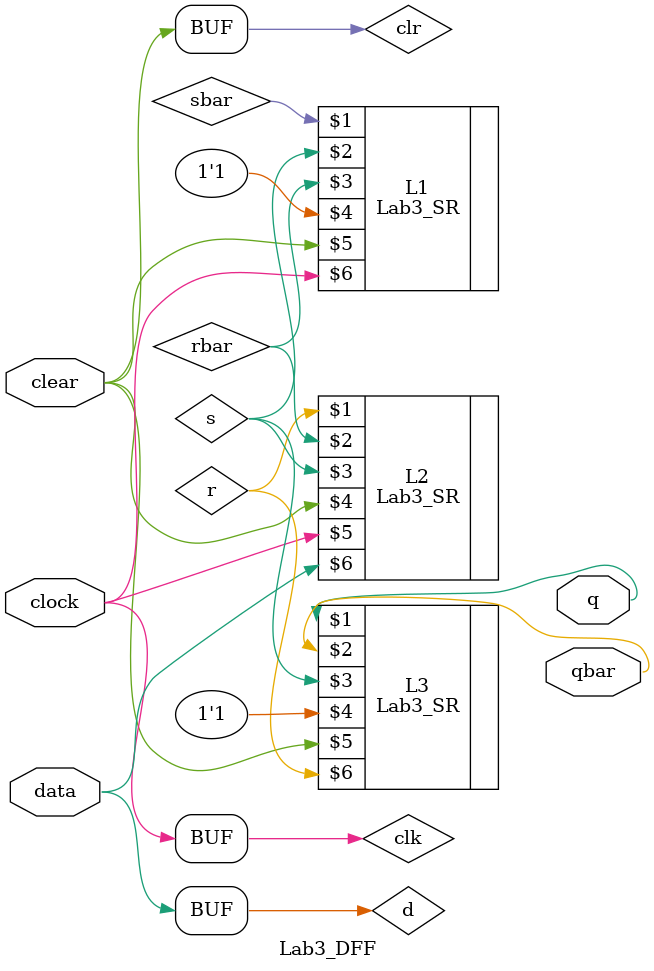
<source format=v>
/*
Name: Kenneth Galindo
Class: ECE 526 Lab
Lab Report: #3
File Name: Lab3_DFF
*/

`timescale 1 ns / 1 ns

`define FAN_OUT_1 	0.5	//ns (one output fanout)
`define FAN_OUT_2 	0.8	//ns (two output fanout)
`define FAN_OUT_3 	1.0	//ns (three output fanout)
`define TIME_DELAY_1 	3	//ns (one input gates)

module Lab3_DFF (q, qbar, clock, data, clear);
	input clock, data, clear;
	output q, qbar;

	wire s, sbar, r, rbar, cbar, clkbar, clk, clr, d, dbar;

	//First NOT gates
	not #(`TIME_DELAY_1 + `FAN_OUT_1)  NOT1 (cbar,clear);
	not #(`TIME_DELAY_1 + `FAN_OUT_1) NOT2(clkbar, clock);
	not #(`TIME_DELAY_1 + `FAN_OUT_1) NOT3(dbar, data);

	//Second NOT gates
	not #(`TIME_DELAY_1 + `FAN_OUT_3) NOT4(clr, cbar);
	not #(`TIME_DELAY_1 + `FAN_OUT_2) NOT5(clk, clkbar);
	not #(`TIME_DELAY_1 + `FAN_OUT_1) NOT6(d, dbar);

	//SR Latch Implementation
	Lab3_SR #(.delay1(4.5), .delay2(6.0)) L1(sbar, s, rbar, 1'b1, clr, clk);
	Lab3_SR #(.delay1(5.0), .delay2(5.8)) L2(r, rbar, s, clr, clk, d);
	Lab3_SR #(.delay1(6.5), .delay2(7.5)) L3(q, qbar, s, 1'b1, clr, r);

endmodule


</source>
